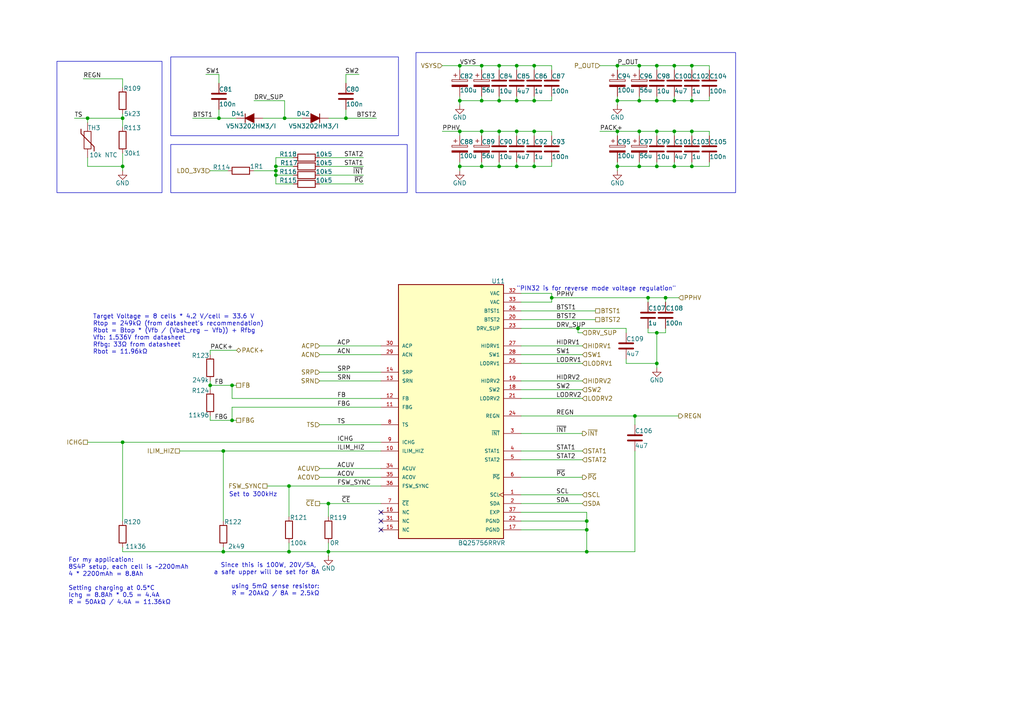
<source format=kicad_sch>
(kicad_sch (version 20250114) (generator "eeschema") (generator_version "9.0")
  (paper "A4")
  (lib_symbols
    (symbol "BQ25756RRVR:BQ25756RRVR" (pin_names (offset 1.016))
      (property "Reference" "U" (at 14.224 38.862 0))
      (property "Value" "BQ25756RRVR" (at -15.24 -38.1 0))
      (symbol "BQ25756RRVR_0_0"
        (rectangle (start -15.24 38.1) (end 15.24 -35.56) (stroke (width 0.254)) (fill (type background)))
        (pin input line (at -20.32 20.32 0) (length 5.08) (name "ACP") (number "30"))
        (pin input line (at -20.32 17.78 0) (length 5.08) (name "ACN") (number "29"))
        (pin input line (at -20.32 12.7 0) (length 5.08) (name "SRP") (number "14"))
        (pin input line (at -20.32 10.16 0) (length 5.08) (name "SRN") (number "13"))
        (pin input line (at -20.32 5.08 0) (length 5.08) (name "FB") (number "12"))
        (pin input line (at -20.32 2.54 0) (length 5.08) (name "FBG") (number "11"))
        (pin input line (at -20.32 -2.54 0) (length 5.08) (name "TS") (number "8"))
        (pin input line (at -20.32 -7.62 0) (length 5.08) (name "ICHG") (number "9"))
        (pin input line (at -20.32 -10.16 0) (length 5.08) (name "ILIM_HIZ") (number "10"))
        (pin input line (at -20.32 -15.24 0) (length 5.08) (name "ACUV") (number "34"))
        (pin input line (at -20.32 -17.78 0) (length 5.08) (name "ACOV") (number "35"))
        (pin input line (at -20.32 -20.32 0) (length 5.08) (name "FSW_SYNC") (number "36"))
        (pin bidirectional line (at -20.32 -25.4 0) (length 5.08) (name "~{CE}") (number "7"))
        (pin no_connect line (at -20.32 -27.94 0) (length 5.08) (name "NC") (number "16"))
        (pin no_connect line (at -20.32 -30.48 0) (length 5.08) (name "NC") (number "31"))
        (pin no_connect line (at -20.32 -33.02 0) (length 5.08) (name "NC") (number "15"))
        (pin power_in line (at 20.32 35.56 180) (length 5.08) (name "VAC") (number "32"))
        (pin power_in line (at 20.32 33.02 180) (length 5.08) (name "VAC") (number "33"))
        (pin power_in line (at 20.32 30.48 180) (length 5.08) (name "BTST1") (number "26"))
        (pin power_in line (at 20.32 27.94 180) (length 5.08) (name "BTST2") (number "20"))
        (pin power_in line (at 20.32 25.4 180) (length 5.08) (name "DRV_SUP") (number "23"))
        (pin output line (at 20.32 20.32 180) (length 5.08) (name "HIDRV1") (number "27"))
        (pin output line (at 20.32 17.78 180) (length 5.08) (name "SW1") (number "28"))
        (pin output line (at 20.32 15.24 180) (length 5.08) (name "LODRV1") (number "25"))
        (pin output line (at 20.32 10.16 180) (length 5.08) (name "HIDRV2") (number "19"))
        (pin output line (at 20.32 7.62 180) (length 5.08) (name "SW2") (number "18"))
        (pin output line (at 20.32 5.08 180) (length 5.08) (name "LODRV2") (number "21"))
        (pin output line (at 20.32 0 180) (length 5.08) (name "REGN") (number "24"))
        (pin output line (at 20.32 -5.08 180) (length 5.08) (name "~{INT}") (number "3"))
        (pin output line (at 20.32 -10.16 180) (length 5.08) (name "STAT1") (number "4"))
        (pin output line (at 20.32 -12.7 180) (length 5.08) (name "STAT2") (number "5"))
        (pin output line (at 20.32 -17.78 180) (length 5.08) (name "~{PG}") (number "6"))
        (pin input clock (at 20.32 -22.86 180) (length 5.08) (name "SCL") (number "1"))
        (pin bidirectional line (at 20.32 -25.4 180) (length 5.08) (name "SDA") (number "2"))
        (pin power_in line (at 20.32 -27.94 180) (length 5.08) (name "EXP") (number "37"))
        (pin power_in line (at 20.32 -30.48 180) (length 5.08) (name "PGND") (number "22"))
        (pin power_in line (at 20.32 -33.02 180) (length 5.08) (name "PGND") (number "17"))
      )
    )
    (symbol "Device:C" (pin_numbers (hide yes)) (pin_names (offset 0.254))
      (property "Reference" "C" (at 0.635 2.54 0))
      (property "Value" "C" (at 0.635 -2.54 0))
      (symbol "C_0_1"
        (polyline (pts (xy -2.032 0.762) (xy 2.032 0.762)) (stroke (width 0.508)))
        (polyline (pts (xy -2.032 -0.762) (xy 2.032 -0.762)) (stroke (width 0.508)))
      )
      (symbol "C_1_1"
        (pin passive line (at 0 3.81 270) (length 2.794) (name "~") (number "1"))
        (pin passive line (at 0 -3.81 90) (length 2.794) (name "~") (number "2"))
      )
    )
    (symbol "Device:C_Polarized" (pin_numbers (hide yes)) (pin_names (offset 0.254))
      (property "Reference" "C" (at 0.635 2.54 0))
      (property "Value" "C_Polarized" (at 0.635 -2.54 0))
      (symbol "C_Polarized_0_1"
        (rectangle (start -2.286 0.508) (end 2.286 1.016))
        (polyline (pts (xy -1.778 2.286) (xy -0.762 2.286)))
        (polyline (pts (xy -1.27 2.794) (xy -1.27 1.778)))
        (rectangle (start 2.286 -0.508) (end -2.286 -1.016) (fill (type outline)))
      )
      (symbol "C_Polarized_1_1"
        (pin passive line (at 0 3.81 270) (length 2.794) (name "~") (number "1"))
        (pin passive line (at 0 -3.81 90) (length 2.794) (name "~") (number "2"))
      )
    )
    (symbol "Device:D_Filled" (pin_numbers (hide yes)) (pin_names (offset 1.016) (hide yes))
      (property "Reference" "D" (at 0 2.54 0))
      (property "Value" "D_Filled" (at 0 -2.54 0))
      (symbol "D_Filled_0_1"
        (polyline (pts (xy -1.27 1.27) (xy -1.27 -1.27)) (stroke (width 0.254)))
        (polyline (pts (xy 1.27 1.27) (xy 1.27 -1.27) (xy -1.27 0) (xy 1.27 1.27)) (stroke (width 0.254)) (fill (type outline)))
        (polyline (pts (xy 1.27 0) (xy -1.27 0)))
      )
      (symbol "D_Filled_1_1"
        (pin passive line (at -3.81 0 0) (length 2.54) (name "K") (number "1"))
        (pin passive line (at 3.81 0 180) (length 2.54) (name "A") (number "2"))
      )
    )
    (symbol "Device:R" (pin_numbers (hide yes)) (pin_names (offset 0))
      (property "Reference" "R" (at 2.032 0 90))
      (property "Value" "R" (at 0 0 90))
      (symbol "R_0_1"
        (rectangle (start -1.016 -2.54) (end 1.016 2.54) (stroke (width 0.254)))
      )
      (symbol "R_1_1"
        (pin passive line (at 0 3.81 270) (length 1.27) (name "~") (number "1"))
        (pin passive line (at 0 -3.81 90) (length 1.27) (name "~") (number "2"))
      )
    )
    (symbol "Device:Thermistor" (pin_numbers (hide yes)) (pin_names (offset 0))
      (property "Reference" "TH" (at 2.54 1.27 90))
      (property "Value" "Thermistor" (at -2.54 0 90))
      (symbol "Thermistor_0_1"
        (polyline (pts (xy -1.905 3.175) (xy -1.905 1.905) (xy 1.905 -1.905) (xy 1.905 -3.175) (xy 1.905 -3.175)) (stroke (width 0.254)))
        (rectangle (start -1.016 2.54) (end 1.016 -2.54) (stroke (width 0.2032)))
      )
      (symbol "Thermistor_1_1"
        (pin passive line (at 0 5.08 270) (length 2.54) (name "~") (number "1"))
        (pin passive line (at 0 -5.08 90) (length 2.54) (name "~") (number "2"))
      )
    )
    (symbol "power:GND" (power) (pin_numbers (hide yes)) (pin_names (offset 0) (hide yes))
      (property "Value" "GND" (at 0 -3.81 0))
      (symbol "GND_0_1"
        (polyline (pts (xy 0 0) (xy 0 -1.27) (xy 1.27 -1.27) (xy 0 -2.54) (xy -1.27 -1.27) (xy 0 -1.27)))
      )
      (symbol "GND_1_1"
        (pin power_in line (at 0 0 270) (length 0) (name "~") (number "1"))
      )
    )
  )
  (rectangle (start 49.53 41.91) (end 118.11 55.88))
  (rectangle (start 120.65 15.24) (end 213.36 55.88))
  (rectangle (start 16.51 17.78) (end 46.99 55.88))
  (rectangle (start 49.53 16.51) (end 115.57 39.37))
  (text "For my application:\n8S4P setup, each cell is ~2200mAh\n4 * 2200mAh = 8.8Ah\n\nSetting charging at 0.5*C\nIchg = 8.8Ah * 0.5 = 4.4A\nR = 50AkΩ / 4.4A = 11.36kΩ" (at 19.812 168.656 0) (effects (font (size 1.27 1.27)) (justify left)))
  (text "Since this is 100W, 20V/5A, \na safe upper will be set for 8A\n\nusing 5mΩ sense resistor:\nR = 20AkΩ / 8A = 2.5kΩ" (at 92.71 168.148 0) (effects (font (size 1.27 1.27)) (justify right)))
  (text "Target Voltage = 8 cells * 4.2 V/cell = 33.6 V\nRtop = 249kΩ (from datasheet's recommendation)\nRbot = Btop * (Vfb / (Vbat_reg - Vfb)) + Rfbg\nVfb: 1.536V from datasheet\nRfbg: 33Ω from datasheet\nRbot = 11.96kΩ" (at 26.924 97.028 0) (effects (font (size 1.27 1.27)) (justify left)))
  (text "Set to 300kHz" (at 73.406 143.51 0) (effects (font (size 1.27 1.27))))
  (text "\"PIN32 is for reverse mode voltage regulation\"" (at 172.974 83.82 0) (effects (font (size 1.27 1.27))))
  (junction (at 160.02 86.36))
  (junction (at 25.4 34.29))
  (junction (at 190.5 29.21))
  (junction (at 149.86 29.21))
  (junction (at 195.58 19.05))
  (junction (at 200.66 48.26))
  (junction (at 179.07 48.26))
  (junction (at 170.18 151.13))
  (junction (at 149.86 19.05))
  (junction (at 179.07 19.05))
  (junction (at 63.5 34.29))
  (junction (at 35.56 48.26))
  (junction (at 144.78 19.05))
  (junction (at 100.33 34.29))
  (junction (at 133.35 29.21))
  (junction (at 200.66 19.05))
  (junction (at 67.31 111.76))
  (junction (at 195.58 38.1))
  (junction (at 185.42 19.05))
  (junction (at 67.31 121.92))
  (junction (at 185.42 29.21))
  (junction (at 83.82 160.02))
  (junction (at 80.01 49.53))
  (junction (at 95.25 146.05))
  (junction (at 64.77 160.02))
  (junction (at 190.5 96.52))
  (junction (at 133.35 19.05))
  (junction (at 187.96 86.36))
  (junction (at 195.58 48.26))
  (junction (at 144.78 29.21))
  (junction (at 179.07 29.21))
  (junction (at 185.42 48.26))
  (junction (at 190.5 105.41))
  (junction (at 193.04 86.36))
  (junction (at 144.78 38.1))
  (junction (at 139.7 29.21))
  (junction (at 195.58 29.21))
  (junction (at 154.94 48.26))
  (junction (at 190.5 38.1))
  (junction (at 170.18 153.67))
  (junction (at 139.7 38.1))
  (junction (at 154.94 38.1))
  (junction (at 154.94 29.21))
  (junction (at 200.66 38.1))
  (junction (at 167.64 95.25))
  (junction (at 83.82 140.97))
  (junction (at 185.42 38.1))
  (junction (at 133.35 48.26))
  (junction (at 190.5 19.05))
  (junction (at 149.86 38.1))
  (junction (at 190.5 48.26))
  (junction (at 133.35 38.1))
  (junction (at 35.56 128.27))
  (junction (at 139.7 19.05))
  (junction (at 80.01 48.26))
  (junction (at 170.18 160.02))
  (junction (at 179.07 38.1))
  (junction (at 144.78 48.26))
  (junction (at 80.01 50.8))
  (junction (at 154.94 19.05))
  (junction (at 149.86 48.26))
  (junction (at 200.66 29.21))
  (junction (at 60.96 111.76))
  (junction (at 95.25 160.02))
  (junction (at 64.77 130.81))
  (junction (at 139.7 48.26))
  (junction (at 82.55 34.29))
  (junction (at 35.56 34.29))
  (junction (at 184.15 120.65))
  (no_connect (at 110.49 153.67))
  (no_connect (at 110.49 151.13))
  (no_connect (at 110.49 148.59))
  (wire (pts (xy 185.42 19.05) (xy 185.42 20.32)))
  (wire (pts (xy 85.09 48.26) (xy 80.01 48.26)))
  (wire (pts (xy 187.96 95.25) (xy 187.96 96.52)))
  (wire (pts (xy 179.07 48.26) (xy 185.42 48.26)))
  (wire (pts (xy 35.56 22.86) (xy 35.56 25.4)))
  (wire (pts (xy 35.56 128.27) (xy 35.56 151.13)))
  (wire (pts (xy 80.01 45.72) (xy 80.01 48.26)))
  (wire (pts (xy 80.01 49.53) (xy 80.01 50.8)))
  (wire (pts (xy 184.15 130.81) (xy 184.15 160.02)))
  (wire (pts (xy 128.27 19.05) (xy 133.35 19.05)))
  (wire (pts (xy 83.82 160.02) (xy 95.25 160.02)))
  (wire (pts (xy 195.58 48.26) (xy 200.66 48.26)))
  (wire (pts (xy 154.94 48.26) (xy 160.02 48.26)))
  (wire (pts (xy 193.04 95.25) (xy 193.04 96.52)))
  (wire (pts (xy 60.96 121.92) (xy 60.96 120.65)))
  (wire (pts (xy 185.42 38.1) (xy 190.5 38.1)))
  (wire (pts (xy 179.07 46.99) (xy 179.07 48.26)))
  (wire (pts (xy 35.56 44.45) (xy 35.56 48.26)))
  (wire (pts (xy 35.56 160.02) (xy 35.56 158.75)))
  (wire (pts (xy 154.94 38.1) (xy 154.94 39.37)))
  (wire (pts (xy 160.02 46.99) (xy 160.02 48.26)))
  (wire (pts (xy 151.13 95.25) (xy 167.64 95.25)))
  (wire (pts (xy 83.82 140.97) (xy 110.49 140.97)))
  (wire (pts (xy 184.15 160.02) (xy 170.18 160.02)))
  (wire (pts (xy 151.13 148.59) (xy 170.18 148.59)))
  (wire (pts (xy 80.01 50.8) (xy 80.01 53.34)))
  (wire (pts (xy 64.77 130.81) (xy 64.77 151.13)))
  (wire (pts (xy 149.86 29.21) (xy 154.94 29.21)))
  (wire (pts (xy 77.47 140.97) (xy 83.82 140.97)))
  (wire (pts (xy 35.56 128.27) (xy 110.49 128.27)))
  (wire (pts (xy 181.61 104.14) (xy 181.61 105.41)))
  (wire (pts (xy 76.2 34.29) (xy 82.55 34.29)))
  (wire (pts (xy 160.02 19.05) (xy 160.02 20.32)))
  (wire (pts (xy 67.31 115.57) (xy 67.31 111.76)))
  (wire (pts (xy 170.18 160.02) (xy 170.18 153.67)))
  (wire (pts (xy 190.5 38.1) (xy 190.5 39.37)))
  (wire (pts (xy 85.09 50.8) (xy 80.01 50.8)))
  (wire (pts (xy 185.42 46.99) (xy 185.42 48.26)))
  (wire (pts (xy 67.31 118.11) (xy 110.49 118.11)))
  (wire (pts (xy 63.5 21.59) (xy 63.5 24.13)))
  (wire (pts (xy 149.86 46.99) (xy 149.86 48.26)))
  (wire (pts (xy 151.13 102.87) (xy 168.91 102.87)))
  (wire (pts (xy 35.56 34.29) (xy 35.56 36.83)))
  (wire (pts (xy 139.7 27.94) (xy 139.7 29.21)))
  (wire (pts (xy 92.71 100.33) (xy 110.49 100.33)))
  (wire (pts (xy 92.71 48.26) (xy 105.41 48.26)))
  (wire (pts (xy 179.07 19.05) (xy 185.42 19.05)))
  (wire (pts (xy 173.99 19.05) (xy 179.07 19.05)))
  (wire (pts (xy 144.78 27.94) (xy 144.78 29.21)))
  (wire (pts (xy 200.66 38.1) (xy 200.66 39.37)))
  (wire (pts (xy 59.69 21.59) (xy 63.5 21.59)))
  (wire (pts (xy 64.77 160.02) (xy 83.82 160.02)))
  (wire (pts (xy 92.71 123.19) (xy 110.49 123.19)))
  (wire (pts (xy 184.15 123.19) (xy 184.15 120.65)))
  (wire (pts (xy 139.7 48.26) (xy 144.78 48.26)))
  (wire (pts (xy 151.13 105.41) (xy 168.91 105.41)))
  (wire (pts (xy 95.25 146.05) (xy 92.71 146.05)))
  (wire (pts (xy 85.09 45.72) (xy 80.01 45.72)))
  (wire (pts (xy 195.58 46.99) (xy 195.58 48.26)))
  (wire (pts (xy 185.42 29.21) (xy 190.5 29.21)))
  (wire (pts (xy 35.56 48.26) (xy 35.56 49.53)))
  (wire (pts (xy 195.58 38.1) (xy 200.66 38.1)))
  (wire (pts (xy 190.5 105.41) (xy 190.5 106.68)))
  (wire (pts (xy 200.66 27.94) (xy 200.66 29.21)))
  (wire (pts (xy 195.58 38.1) (xy 195.58 39.37)))
  (wire (pts (xy 139.7 38.1) (xy 144.78 38.1)))
  (wire (pts (xy 151.13 120.65) (xy 184.15 120.65)))
  (wire (pts (xy 190.5 19.05) (xy 195.58 19.05)))
  (wire (pts (xy 151.13 146.05) (xy 168.91 146.05)))
  (wire (pts (xy 68.58 121.92) (xy 67.31 121.92)))
  (wire (pts (xy 68.58 101.6) (xy 60.96 101.6)))
  (wire (pts (xy 200.66 29.21) (xy 205.74 29.21)))
  (wire (pts (xy 60.96 101.6) (xy 60.96 102.87)))
  (wire (pts (xy 73.66 49.53) (xy 80.01 49.53)))
  (wire (pts (xy 95.25 146.05) (xy 110.49 146.05)))
  (wire (pts (xy 149.86 38.1) (xy 154.94 38.1)))
  (wire (pts (xy 190.5 29.21) (xy 195.58 29.21)))
  (wire (pts (xy 133.35 48.26) (xy 139.7 48.26)))
  (wire (pts (xy 160.02 86.36) (xy 160.02 85.09)))
  (wire (pts (xy 67.31 111.76) (xy 60.96 111.76)))
  (wire (pts (xy 179.07 38.1) (xy 179.07 39.37)))
  (wire (pts (xy 100.33 21.59) (xy 104.14 21.59)))
  (wire (pts (xy 133.35 19.05) (xy 139.7 19.05)))
  (wire (pts (xy 133.35 29.21) (xy 133.35 30.48)))
  (wire (pts (xy 160.02 86.36) (xy 160.02 87.63)))
  (wire (pts (xy 193.04 86.36) (xy 193.04 87.63)))
  (wire (pts (xy 55.88 34.29) (xy 63.5 34.29)))
  (wire (pts (xy 133.35 38.1) (xy 133.35 39.37)))
  (wire (pts (xy 187.96 96.52) (xy 190.5 96.52)))
  (wire (pts (xy 190.5 96.52) (xy 193.04 96.52)))
  (wire (pts (xy 190.5 46.99) (xy 190.5 48.26)))
  (wire (pts (xy 151.13 113.03) (xy 168.91 113.03)))
  (wire (pts (xy 193.04 86.36) (xy 196.85 86.36)))
  (wire (pts (xy 95.25 149.86) (xy 95.25 146.05)))
  (wire (pts (xy 35.56 33.02) (xy 35.56 34.29)))
  (wire (pts (xy 133.35 48.26) (xy 133.35 49.53)))
  (wire (pts (xy 128.27 38.1) (xy 133.35 38.1)))
  (wire (pts (xy 144.78 19.05) (xy 149.86 19.05)))
  (wire (pts (xy 200.66 19.05) (xy 205.74 19.05)))
  (wire (pts (xy 185.42 38.1) (xy 185.42 39.37)))
  (wire (pts (xy 154.94 46.99) (xy 154.94 48.26)))
  (wire (pts (xy 151.13 125.73) (xy 168.91 125.73)))
  (wire (pts (xy 25.4 45.72) (xy 25.4 48.26)))
  (wire (pts (xy 92.71 50.8) (xy 105.41 50.8)))
  (wire (pts (xy 179.07 29.21) (xy 185.42 29.21)))
  (wire (pts (xy 92.71 135.89) (xy 110.49 135.89)))
  (wire (pts (xy 190.5 19.05) (xy 190.5 20.32)))
  (wire (pts (xy 67.31 118.11) (xy 67.31 121.92)))
  (wire (pts (xy 73.66 29.21) (xy 82.55 29.21)))
  (wire (pts (xy 60.96 111.76) (xy 60.96 113.03)))
  (wire (pts (xy 92.71 45.72) (xy 105.41 45.72)))
  (wire (pts (xy 154.94 38.1) (xy 160.02 38.1)))
  (wire (pts (xy 205.74 38.1) (xy 205.74 39.37)))
  (wire (pts (xy 151.13 130.81) (xy 168.91 130.81)))
  (wire (pts (xy 151.13 90.17) (xy 172.72 90.17)))
  (wire (pts (xy 170.18 153.67) (xy 170.18 151.13)))
  (wire (pts (xy 187.96 86.36) (xy 187.96 87.63)))
  (wire (pts (xy 25.4 128.27) (xy 35.56 128.27)))
  (wire (pts (xy 151.13 110.49) (xy 168.91 110.49)))
  (wire (pts (xy 160.02 38.1) (xy 160.02 39.37)))
  (wire (pts (xy 160.02 27.94) (xy 160.02 29.21)))
  (wire (pts (xy 60.96 49.53) (xy 66.04 49.53)))
  (wire (pts (xy 144.78 29.21) (xy 149.86 29.21)))
  (wire (pts (xy 63.5 34.29) (xy 68.58 34.29)))
  (wire (pts (xy 151.13 115.57) (xy 168.91 115.57)))
  (wire (pts (xy 64.77 130.81) (xy 110.49 130.81)))
  (wire (pts (xy 154.94 19.05) (xy 160.02 19.05)))
  (wire (pts (xy 82.55 29.21) (xy 82.55 34.29)))
  (wire (pts (xy 179.07 27.94) (xy 179.07 29.21)))
  (wire (pts (xy 149.86 19.05) (xy 149.86 20.32)))
  (wire (pts (xy 64.77 160.02) (xy 64.77 158.75)))
  (wire (pts (xy 185.42 27.94) (xy 185.42 29.21)))
  (wire (pts (xy 200.66 38.1) (xy 205.74 38.1)))
  (wire (pts (xy 83.82 140.97) (xy 83.82 149.86)))
  (wire (pts (xy 24.13 22.86) (xy 35.56 22.86)))
  (wire (pts (xy 95.25 160.02) (xy 95.25 161.29)))
  (wire (pts (xy 25.4 34.29) (xy 35.56 34.29)))
  (wire (pts (xy 68.58 111.76) (xy 67.31 111.76)))
  (wire (pts (xy 139.7 19.05) (xy 139.7 20.32)))
  (wire (pts (xy 200.66 19.05) (xy 200.66 20.32)))
  (wire (pts (xy 144.78 38.1) (xy 149.86 38.1)))
  (wire (pts (xy 139.7 19.05) (xy 144.78 19.05)))
  (wire (pts (xy 67.31 115.57) (xy 110.49 115.57)))
  (wire (pts (xy 185.42 19.05) (xy 190.5 19.05)))
  (wire (pts (xy 187.96 86.36) (xy 193.04 86.36)))
  (wire (pts (xy 179.07 38.1) (xy 185.42 38.1)))
  (wire (pts (xy 151.13 100.33) (xy 168.91 100.33)))
  (wire (pts (xy 35.56 160.02) (xy 64.77 160.02)))
  (wire (pts (xy 205.74 19.05) (xy 205.74 20.32)))
  (wire (pts (xy 168.91 96.52) (xy 167.64 96.52)))
  (wire (pts (xy 184.15 120.65) (xy 196.85 120.65)))
  (wire (pts (xy 151.13 133.35) (xy 168.91 133.35)))
  (wire (pts (xy 185.42 48.26) (xy 190.5 48.26)))
  (wire (pts (xy 173.99 38.1) (xy 179.07 38.1)))
  (wire (pts (xy 92.71 138.43) (xy 110.49 138.43)))
  (wire (pts (xy 139.7 46.99) (xy 139.7 48.26)))
  (wire (pts (xy 151.13 92.71) (xy 172.72 92.71)))
  (wire (pts (xy 179.07 48.26) (xy 179.07 49.53)))
  (wire (pts (xy 154.94 19.05) (xy 154.94 20.32)))
  (wire (pts (xy 133.35 29.21) (xy 139.7 29.21)))
  (wire (pts (xy 144.78 48.26) (xy 149.86 48.26)))
  (wire (pts (xy 82.55 34.29) (xy 87.63 34.29)))
  (wire (pts (xy 160.02 86.36) (xy 187.96 86.36)))
  (wire (pts (xy 52.07 130.81) (xy 64.77 130.81)))
  (wire (pts (xy 181.61 105.41) (xy 190.5 105.41)))
  (wire (pts (xy 190.5 48.26) (xy 195.58 48.26)))
  (wire (pts (xy 67.31 121.92) (xy 60.96 121.92)))
  (wire (pts (xy 149.86 48.26) (xy 154.94 48.26)))
  (wire (pts (xy 167.64 95.25) (xy 181.61 95.25)))
  (wire (pts (xy 95.25 157.48) (xy 95.25 160.02)))
  (wire (pts (xy 144.78 46.99) (xy 144.78 48.26)))
  (wire (pts (xy 133.35 46.99) (xy 133.35 48.26)))
  (wire (pts (xy 139.7 29.21) (xy 144.78 29.21)))
  (wire (pts (xy 95.25 160.02) (xy 170.18 160.02)))
  (wire (pts (xy 100.33 34.29) (xy 109.22 34.29)))
  (wire (pts (xy 195.58 27.94) (xy 195.58 29.21)))
  (wire (pts (xy 149.86 27.94) (xy 149.86 29.21)))
  (wire (pts (xy 195.58 19.05) (xy 200.66 19.05)))
  (wire (pts (xy 83.82 157.48) (xy 83.82 160.02)))
  (wire (pts (xy 92.71 102.87) (xy 110.49 102.87)))
  (wire (pts (xy 95.25 34.29) (xy 100.33 34.29)))
  (wire (pts (xy 167.64 96.52) (xy 167.64 95.25)))
  (wire (pts (xy 205.74 27.94) (xy 205.74 29.21)))
  (wire (pts (xy 160.02 85.09) (xy 151.13 85.09)))
  (wire (pts (xy 92.71 110.49) (xy 110.49 110.49)))
  (wire (pts (xy 160.02 87.63) (xy 151.13 87.63)))
  (wire (pts (xy 133.35 19.05) (xy 133.35 20.32)))
  (wire (pts (xy 139.7 38.1) (xy 139.7 39.37)))
  (wire (pts (xy 154.94 27.94) (xy 154.94 29.21)))
  (wire (pts (xy 92.71 107.95) (xy 110.49 107.95)))
  (wire (pts (xy 170.18 148.59) (xy 170.18 151.13)))
  (wire (pts (xy 144.78 19.05) (xy 144.78 20.32)))
  (wire (pts (xy 92.71 53.34) (xy 105.41 53.34)))
  (wire (pts (xy 195.58 29.21) (xy 200.66 29.21)))
  (wire (pts (xy 151.13 138.43) (xy 168.91 138.43)))
  (wire (pts (xy 195.58 19.05) (xy 195.58 20.32)))
  (wire (pts (xy 25.4 34.29) (xy 25.4 35.56)))
  (wire (pts (xy 60.96 110.49) (xy 60.96 111.76)))
  (wire (pts (xy 151.13 143.51) (xy 168.91 143.51)))
  (wire (pts (xy 190.5 27.94) (xy 190.5 29.21)))
  (wire (pts (xy 80.01 53.34) (xy 85.09 53.34)))
  (wire (pts (xy 25.4 48.26) (xy 35.56 48.26)))
  (wire (pts (xy 149.86 38.1) (xy 149.86 39.37)))
  (wire (pts (xy 205.74 46.99) (xy 205.74 48.26)))
  (wire (pts (xy 133.35 38.1) (xy 139.7 38.1)))
  (wire (pts (xy 149.86 19.05) (xy 154.94 19.05)))
  (wire (pts (xy 100.33 34.29) (xy 100.33 31.75)))
  (wire (pts (xy 200.66 48.26) (xy 205.74 48.26)))
  (wire (pts (xy 154.94 29.21) (xy 160.02 29.21)))
  (wire (pts (xy 151.13 153.67) (xy 170.18 153.67)))
  (wire (pts (xy 100.33 21.59) (xy 100.33 24.13)))
  (wire (pts (xy 179.07 19.05) (xy 179.07 20.32)))
  (wire (pts (xy 80.01 48.26) (xy 80.01 49.53)))
  (wire (pts (xy 200.66 46.99) (xy 200.66 48.26)))
  (wire (pts (xy 151.13 151.13) (xy 170.18 151.13)))
  (wire (pts (xy 21.59 34.29) (xy 25.4 34.29)))
  (wire (pts (xy 181.61 95.25) (xy 181.61 96.52)))
  (wire (pts (xy 179.07 29.21) (xy 179.07 30.48)))
  (wire (pts (xy 190.5 38.1) (xy 195.58 38.1)))
  (wire (pts (xy 190.5 96.52) (xy 190.5 105.41)))
  (wire (pts (xy 144.78 38.1) (xy 144.78 39.37)))
  (wire (pts (xy 133.35 27.94) (xy 133.35 29.21)))
  (wire (pts (xy 63.5 31.75) (xy 63.5 34.29)))
  (label "ILIM_HIZ" (at 97.79 130.81 0))
  (label "TS" (at 21.59 34.29 0))
  (label "LODRV2" (at 161.29 115.57 0))
  (label "SW1" (at 59.69 21.59 0))
  (label "ICHG" (at 97.79 128.27 0))
  (label "~{PG}" (at 161.29 138.43 0))
  (label "BTST2" (at 161.29 92.71 0))
  (label "P_OUT" (at 179.07 19.05 0))
  (label "ACP" (at 97.79 100.33 0))
  (label "~{INT}" (at 161.29 125.73 0))
  (label "SW2" (at 104.14 21.59 180))
  (label "VSYS" (at 133.35 19.05 0))
  (label "PACK+" (at 60.96 101.6 0))
  (label "STAT2" (at 105.41 45.72 180))
  (label "FSW_SYNC" (at 97.79 140.97 0))
  (label "BTST2" (at 109.22 34.29 180))
  (label "SDA" (at 161.29 146.05 0))
  (label "DRV_SUP" (at 73.66 29.21 0))
  (label "~{INT}" (at 105.41 50.8 180))
  (label "BTST1" (at 55.88 34.29 0))
  (label "TS" (at 97.79 123.19 0))
  (label "STAT1" (at 161.29 130.81 0))
  (label "SCL" (at 161.29 143.51 0))
  (label "BTST1" (at 161.29 90.17 0))
  (label "DRV_SUP" (at 161.29 95.25 0))
  (label "FBG" (at 97.79 118.11 0))
  (label "REGN" (at 161.29 120.65 0))
  (label "FB" (at 62.23 111.76 0))
  (label "HIDRV1" (at 161.29 100.33 0))
  (label "SW1" (at 161.29 102.87 0))
  (label "SRN" (at 97.79 110.49 0))
  (label "SRP" (at 97.79 107.95 0))
  (label "FBG" (at 62.23 121.92 0))
  (label "SW2" (at 161.29 113.03 0))
  (label "PACK+" (at 173.99 38.1 0))
  (label "~{CE}" (at 99.06 146.05 0))
  (label "HIDRV2" (at 161.29 110.49 0))
  (label "ACUV" (at 97.79 135.89 0))
  (label "STAT1" (at 105.41 48.26 180))
  (label "STAT2" (at 161.29 133.35 0))
  (label "ACOV" (at 97.79 138.43 0))
  (label "PPHV" (at 128.27 38.1 0))
  (label "PPHV" (at 161.29 86.36 0))
  (label "FB" (at 97.79 115.57 0))
  (label "LODRV1" (at 161.29 105.41 0))
  (label "ACN" (at 97.79 102.87 0))
  (label "REGN" (at 24.13 22.86 0))
  (label "~{PG}" (at 105.41 53.34 180))
  (hierarchical_label "LODRV2" (shape input) (at 168.91 115.57 0))
  (hierarchical_label "REGN" (shape output) (at 196.85 120.65 0))
  (hierarchical_label "SDA" (shape input) (at 168.91 146.05 0))
  (hierarchical_label "STAT2" (shape input) (at 168.91 133.35 0))
  (hierarchical_label "P_OUT" (shape input) (at 173.99 19.05 180))
  (hierarchical_label "BTST1" (shape passive) (at 172.72 90.17 0))
  (hierarchical_label "PACK+" (shape bidirectional) (at 68.58 101.6 0))
  (hierarchical_label "ACN" (shape input) (at 92.71 102.87 180))
  (hierarchical_label "~{INT}" (shape output) (at 168.91 125.73 0))
  (hierarchical_label "STAT1" (shape input) (at 168.91 130.81 0))
  (hierarchical_label "~{CE}" (shape passive) (at 92.71 146.05 180))
  (hierarchical_label "SW1" (shape input) (at 168.91 102.87 0))
  (hierarchical_label "ACUV" (shape input) (at 92.71 135.89 180))
  (hierarchical_label "ILIM_HIZ" (shape passive) (at 52.07 130.81 180))
  (hierarchical_label "SRP" (shape input) (at 92.71 107.95 180))
  (hierarchical_label "VSYS" (shape input) (at 128.27 19.05 180))
  (hierarchical_label "ICHG" (shape passive) (at 25.4 128.27 180))
  (hierarchical_label "HIDRV2" (shape input) (at 168.91 110.49 0))
  (hierarchical_label "LODRV1" (shape input) (at 168.91 105.41 0))
  (hierarchical_label "LDO_3V3" (shape input) (at 60.96 49.53 180))
  (hierarchical_label "FSW_SYNC" (shape passive) (at 77.47 140.97 180))
  (hierarchical_label "FBG" (shape passive) (at 68.58 121.92 0))
  (hierarchical_label "HIDRV1" (shape input) (at 168.91 100.33 0))
  (hierarchical_label "ACOV" (shape input) (at 92.71 138.43 180))
  (hierarchical_label "PPHV" (shape input) (at 196.85 86.36 0))
  (hierarchical_label "SW2" (shape input) (at 168.91 113.03 0))
  (hierarchical_label "~{PG}" (shape output) (at 168.91 138.43 0))
  (hierarchical_label "DRV_SUP" (shape input) (at 168.91 96.52 0))
  (hierarchical_label "BTST2" (shape passive) (at 172.72 92.71 0))
  (hierarchical_label "SRN" (shape input) (at 92.71 110.49 180))
  (hierarchical_label "FB" (shape passive) (at 68.58 111.76 0))
  (hierarchical_label "ACP" (shape input) (at 92.71 100.33 180))
  (hierarchical_label "SCL" (shape input) (at 168.91 143.51 0))
  (hierarchical_label "TS" (shape input) (at 92.71 123.19 180))
  (symbol (lib_id "Device:C") (at 160.02 24.13 0) (unit 1)
    (property "Reference" "C87" (at 160.02 22.098 0) (effects (justify left)))
    (property "Value" "100n" (at 160.02 26.416 0) (effects (justify left)))
    (property "Description" "Unpolarized capacitor" (effects (hide yes)))
  )
  (symbol (lib_id "Device:R") (at 88.9 53.34 90) (mirror x) (unit 1)
    (property "Reference" "R115" (at 83.566 52.324 90))
    (property "Value" "10k5" (at 93.98 52.324 90))
    (property "Description" "Resistor" (effects (hide yes)))
  )
  (symbol (lib_id "Device:C_Polarized") (at 179.07 43.18 0) (unit 1)
    (property "Reference" "C95" (at 179.07 41.148 0) (effects (justify left)))
    (property "Value" "100u" (at 179.07 45.212 0) (effects (justify left)))
    (property "Description" "Polarized capacitor" (effects (hide yes)))
  )
  (symbol (lib_id "Device:C") (at 154.94 24.13 0) (unit 1)
    (property "Reference" "C86" (at 154.94 22.098 0) (effects (justify left)))
    (property "Value" "1u" (at 154.94 26.416 0) (effects (justify left)))
    (property "Description" "Unpolarized capacitor" (effects (hide yes)))
  )
  (symbol (lib_id "power:GND") (at 95.25 161.29 0) (unit 1)
    (property "Reference" "#PWR055" (effects (hide yes)))
    (property "Value" "GND" (at 97.282 164.846 0) (effects (justify right)))
    (property "Description" "Power symbol creates a global label with name \"GND\" , ground" (effects (hide yes)))
  )
  (symbol (lib_id "power:GND") (at 190.5 106.68 0) (unit 1)
    (property "Reference" "#PWR056" (effects (hide yes)))
    (property "Value" "GND" (at 192.532 110.236 0) (effects (justify right)))
    (property "Description" "Power symbol creates a global label with name \"GND\" , ground" (effects (hide yes)))
  )
  (symbol (lib_id "Device:C") (at 195.58 24.13 0) (unit 1)
    (property "Reference" "C100" (at 195.58 22.098 0) (effects (justify left)))
    (property "Value" "4u7" (at 195.58 26.416 0) (effects (justify left)))
    (property "Description" "Unpolarized capacitor" (effects (hide yes)))
  )
  (symbol (lib_id "Device:D_Filled") (at 91.44 34.29 0) (mirror y) (unit 1)
    (property "Reference" "D42" (at 89.916 33.02 0) (effects (justify left)))
    (property "Value" "V5N3202HM3/I" (at 98.298 36.576 0) (effects (justify left)))
    (property "Description" "Diode, filled shape" (effects (hide yes)))
    (property "Sim.Device" "D" (effects (hide yes)))
    (property "Sim.Pins" "1=K 2=A" (effects (hide yes)))
  )
  (symbol (lib_id "Device:C") (at 200.66 43.18 0) (unit 1)
    (property "Reference" "C103" (at 200.66 41.148 0) (effects (justify left)))
    (property "Value" "1u" (at 200.66 45.466 0) (effects (justify left)))
    (property "Description" "Unpolarized capacitor" (effects (hide yes)))
  )
  (symbol (lib_id "power:GND") (at 133.35 49.53 0) (unit 1)
    (property "Reference" "#PWR052" (effects (hide yes)))
    (property "Value" "GND" (at 135.382 53.086 0) (effects (justify right)))
    (property "Description" "Power symbol creates a global label with name \"GND\" , ground" (effects (hide yes)))
  )
  (symbol (lib_id "Device:C") (at 154.94 43.18 0) (unit 1)
    (property "Reference" "C92" (at 154.94 41.148 0) (effects (justify left)))
    (property "Value" "1u" (at 154.94 45.466 0) (effects (justify left)))
    (property "Description" "Unpolarized capacitor" (effects (hide yes)))
  )
  (symbol (lib_id "Device:C") (at 187.96 91.44 0) (unit 1)
    (property "Reference" "C107" (at 187.96 89.408 0) (effects (justify left)))
    (property "Value" "1u" (at 187.96 93.726 0) (effects (justify left)))
    (property "Description" "Unpolarized capacitor" (effects (hide yes)))
  )
  (symbol (lib_id "Device:C_Polarized") (at 139.7 43.18 0) (unit 1)
    (property "Reference" "C89" (at 139.7 41.148 0) (effects (justify left)))
    (property "Value" "56u" (at 139.7 45.212 0) (effects (justify left)))
    (property "Description" "Polarized capacitor" (effects (hide yes)))
  )
  (symbol (lib_id "Device:C") (at 181.61 100.33 0) (unit 1)
    (property "Reference" "C109" (at 181.61 98.298 0) (effects (justify left)))
    (property "Value" "4u7" (at 181.61 102.616 0) (effects (justify left)))
    (property "Description" "Unpolarized capacitor" (effects (hide yes)))
  )
  (symbol (lib_id "Device:C") (at 144.78 43.18 0) (unit 1)
    (property "Reference" "C90" (at 144.78 41.148 0) (effects (justify left)))
    (property "Value" "10u" (at 144.78 45.466 0) (effects (justify left)))
    (property "Description" "Unpolarized capacitor" (effects (hide yes)))
  )
  (symbol (lib_id "Device:R") (at 60.96 106.68 0) (mirror x) (unit 1)
    (property "Reference" "R123" (at 58.166 103.124 0))
    (property "Value" "249k" (at 58.166 110.236 0))
    (property "Description" "Resistor" (effects (hide yes)))
  )
  (symbol (lib_id "Device:C") (at 193.04 91.44 0) (unit 1)
    (property "Reference" "C108" (at 193.04 89.408 0) (effects (justify left)))
    (property "Value" "100n" (at 193.04 93.726 0) (effects (justify left)))
    (property "Description" "Unpolarized capacitor" (effects (hide yes)))
  )
  (symbol (lib_id "Device:R") (at 88.9 48.26 90) (mirror x) (unit 1)
    (property "Reference" "R117" (at 83.82 47.244 90))
    (property "Value" "10k5" (at 93.98 47.244 90))
    (property "Description" "Resistor" (effects (hide yes)))
  )
  (symbol (lib_id "Device:R") (at 35.56 154.94 180) (unit 1)
    (property "Reference" "R120" (at 38.354 151.384 0))
    (property "Value" "11k36" (at 39.37 158.496 0))
    (property "Description" "Resistor" (effects (hide yes)))
  )
  (symbol (lib_id "Device:R") (at 64.77 154.94 180) (unit 1)
    (property "Reference" "R122" (at 67.564 151.384 0))
    (property "Value" "2k49" (at 68.58 158.496 0))
    (property "Description" "Resistor" (effects (hide yes)))
  )
  (symbol (lib_id "Device:R") (at 35.56 29.21 180) (unit 1)
    (property "Reference" "R109" (at 38.354 25.654 0))
    (property "Value" "5k23" (at 38.354 33.02 0))
    (property "Description" "Resistor" (effects (hide yes)))
  )
  (symbol (lib_id "Device:C") (at 160.02 43.18 0) (unit 1)
    (property "Reference" "C93" (at 160.02 41.148 0) (effects (justify left)))
    (property "Value" "100n" (at 160.02 45.466 0) (effects (justify left)))
    (property "Description" "Unpolarized capacitor" (effects (hide yes)))
  )
  (symbol (lib_id "Device:C") (at 184.15 127 0) (unit 1)
    (property "Reference" "C106" (at 184.15 124.968 0) (effects (justify left)))
    (property "Value" "4u7" (at 184.15 129.286 0) (effects (justify left)))
    (property "Description" "Unpolarized capacitor" (effects (hide yes)))
  )
  (symbol (lib_id "Device:R") (at 35.56 40.64 180) (unit 1)
    (property "Reference" "R113" (at 38.354 37.084 0))
    (property "Value" "30k1" (at 38.354 44.45 0))
    (property "Description" "Resistor" (effects (hide yes)))
  )
  (symbol (lib_id "Device:C_Polarized") (at 179.07 24.13 0) (unit 1)
    (property "Reference" "C94" (at 179.07 22.098 0) (effects (justify left)))
    (property "Value" "100u" (at 179.07 26.162 0) (effects (justify left)))
    (property "Description" "Polarized capacitor" (effects (hide yes)))
  )
  (symbol (lib_id "Device:C") (at 63.5 27.94 0) (unit 1)
    (property "Reference" "C81" (at 63.5 25.908 0) (effects (justify left)))
    (property "Value" "100n" (at 63.5 30.226 0) (effects (justify left)))
    (property "Description" "Unpolarized capacitor" (effects (hide yes)))
  )
  (symbol (lib_id "Device:R") (at 69.85 49.53 90) (unit 1)
    (property "Reference" "R114" (at 64.262 48.514 90))
    (property "Value" "1R1" (at 74.422 48.26 90))
    (property "Description" "Resistor" (effects (hide yes)))
  )
  (symbol (lib_id "Device:C") (at 195.58 43.18 0) (unit 1)
    (property "Reference" "C101" (at 195.58 41.148 0) (effects (justify left)))
    (property "Value" "4u7" (at 195.58 45.466 0) (effects (justify left)))
    (property "Description" "Unpolarized capacitor" (effects (hide yes)))
  )
  (symbol (lib_id "Device:C") (at 149.86 24.13 0) (unit 1)
    (property "Reference" "C85" (at 149.86 22.098 0) (effects (justify left)))
    (property "Value" "4u7" (at 149.86 26.416 0) (effects (justify left)))
    (property "Description" "Unpolarized capacitor" (effects (hide yes)))
  )
  (symbol (lib_id "Device:Thermistor") (at 25.4 40.64 0) (unit 1)
    (property "Reference" "TH3" (at 25.4 37.084 0) (effects (justify left)))
    (property "Value" "10k NTC" (at 25.908 44.958 0) (effects (justify left)))
    (property "Description" "Temperature dependent resistor" (effects (hide yes)))
  )
  (symbol (lib_id "Device:C") (at 149.86 43.18 0) (unit 1)
    (property "Reference" "C91" (at 149.86 41.148 0) (effects (justify left)))
    (property "Value" "4u7" (at 149.86 45.466 0) (effects (justify left)))
    (property "Description" "Unpolarized capacitor" (effects (hide yes)))
  )
  (symbol (lib_id "Device:C") (at 205.74 24.13 0) (unit 1)
    (property "Reference" "C104" (at 205.74 22.098 0) (effects (justify left)))
    (property "Value" "100n" (at 205.74 26.416 0) (effects (justify left)))
    (property "Description" "Unpolarized capacitor" (effects (hide yes)))
  )
  (symbol (lib_id "Device:C") (at 205.74 43.18 0) (unit 1)
    (property "Reference" "C105" (at 205.74 41.148 0) (effects (justify left)))
    (property "Value" "100n" (at 205.74 45.466 0) (effects (justify left)))
    (property "Description" "Unpolarized capacitor" (effects (hide yes)))
  )
  (symbol (lib_id "power:GND") (at 35.56 49.53 0) (unit 1)
    (property "Reference" "#PWR050" (effects (hide yes)))
    (property "Value" "GND" (at 37.592 53.086 0) (effects (justify right)))
    (property "Description" "Power symbol creates a global label with name \"GND\" , ground" (effects (hide yes)))
  )
  (symbol (lib_id "Device:C") (at 190.5 43.18 0) (unit 1)
    (property "Reference" "C99" (at 190.5 41.148 0) (effects (justify left)))
    (property "Value" "10u" (at 190.5 45.466 0) (effects (justify left)))
    (property "Description" "Unpolarized capacitor" (effects (hide yes)))
  )
  (symbol (lib_id "Device:R") (at 83.82 153.67 180) (unit 1)
    (property "Reference" "R121" (at 86.614 150.114 0))
    (property "Value" "100k" (at 86.614 157.48 0))
    (property "Description" "Resistor" (effects (hide yes)))
  )
  (symbol (lib_id "Device:R") (at 88.9 50.8 90) (mirror x) (unit 1)
    (property "Reference" "R116" (at 83.566 49.784 90))
    (property "Value" "10k5" (at 93.98 49.784 90))
    (property "Description" "Resistor" (effects (hide yes)))
  )
  (symbol (lib_id "Device:C_Polarized") (at 185.42 24.13 0) (unit 1)
    (property "Reference" "C96" (at 185.42 22.098 0) (effects (justify left)))
    (property "Value" "56u" (at 185.42 26.162 0) (effects (justify left)))
    (property "Description" "Polarized capacitor" (effects (hide yes)))
  )
  (symbol (lib_id "Device:R") (at 88.9 45.72 90) (mirror x) (unit 1)
    (property "Reference" "R118" (at 83.566 44.704 90))
    (property "Value" "10k5" (at 93.98 44.704 90))
    (property "Description" "Resistor" (effects (hide yes)))
  )
  (symbol (lib_id "Device:C") (at 144.78 24.13 0) (unit 1)
    (property "Reference" "C84" (at 144.78 22.098 0) (effects (justify left)))
    (property "Value" "10u" (at 144.78 26.416 0) (effects (justify left)))
    (property "Description" "Unpolarized capacitor" (effects (hide yes)))
  )
  (symbol (lib_id "Device:C_Polarized") (at 139.7 24.13 0) (unit 1)
    (property "Reference" "C83" (at 139.7 22.098 0) (effects (justify left)))
    (property "Value" "56u" (at 139.7 26.162 0) (effects (justify left)))
    (property "Description" "Polarized capacitor" (effects (hide yes)))
  )
  (symbol (lib_id "power:GND") (at 179.07 30.48 0) (unit 1)
    (property "Reference" "#PWR053" (effects (hide yes)))
    (property "Value" "GND" (at 181.102 34.036 0) (effects (justify right)))
    (property "Description" "Power symbol creates a global label with name \"GND\" , ground" (effects (hide yes)))
  )
  (symbol (lib_id "Device:C_Polarized") (at 133.35 24.13 0) (unit 1)
    (property "Reference" "C82" (at 133.35 22.098 0) (effects (justify left)))
    (property "Value" "100u" (at 133.35 26.162 0) (effects (justify left)))
    (property "Description" "Polarized capacitor" (effects (hide yes)))
  )
  (symbol (lib_id "Device:C") (at 100.33 27.94 0) (unit 1)
    (property "Reference" "C80" (at 100.33 25.908 0) (effects (justify left)))
    (property "Value" "100n" (at 100.33 30.226 0) (effects (justify left)))
    (property "Description" "Unpolarized capacitor" (effects (hide yes)))
  )
  (symbol (lib_id "BQ25756RRVR:BQ25756RRVR") (at 130.81 120.65 0) (unit 1)
    (property "Reference" "U11" (at 144.526 81.534 0))
    (property "Value" "BQ25756RRVR" (at 139.7 157.48 0))
    (property "Footprint" "BQ25756RRVR:IC_BQ25756RRVR" (effects (hide yes)))
    (property "MF" "Texas Instruments" (effects (hide yes)))
    (property "MAXIMUM_PACKAGE_HEIGHT" "1.00mm" (effects (hide yes)))
    (property "Package" "VFQFN-36 Texas Instruments" (effects (hide yes)))
    (property "Price" "None" (effects (hide yes)))
    (property "Check_prices" "https://www.snapeda.com/parts/BQ25756RRVR/Texas+Instruments/view-part/?ref=eda" (effects (hide yes)))
    (property "STANDARD" "Manufacturer Recommendations" (effects (hide yes)))
    (property "PARTREV" "August 2023" (effects (hide yes)))
    (property "SnapEDA_Link" "https://www.snapeda.com/parts/BQ25756RRVR/Texas+Instruments/view-part/?ref=snap" (effects (hide yes)))
    (property "MP" "BQ25756RRVR" (effects (hide yes)))
    (property "Description_1" "Stand-alone or I²C-controlled 70-V bidirectional buck-boost charge controller with MPPT" (effects (hide yes)))
    (property "Availability" "In Stock" (effects (hide yes)))
    (property "MANUFACTURER" "Texas Instruments" (effects (hide yes)))
  )
  (symbol (lib_id "power:GND") (at 179.07 49.53 0) (unit 1)
    (property "Reference" "#PWR054" (effects (hide yes)))
    (property "Value" "GND" (at 181.102 53.086 0) (effects (justify right)))
    (property "Description" "Power symbol creates a global label with name \"GND\" , ground" (effects (hide yes)))
  )
  (symbol (lib_id "Device:C") (at 190.5 24.13 0) (unit 1)
    (property "Reference" "C98" (at 190.5 22.098 0) (effects (justify left)))
    (property "Value" "10u" (at 190.5 26.416 0) (effects (justify left)))
    (property "Description" "Unpolarized capacitor" (effects (hide yes)))
  )
  (symbol (lib_id "Device:C_Polarized") (at 185.42 43.18 0) (unit 1)
    (property "Reference" "C97" (at 185.42 41.148 0) (effects (justify left)))
    (property "Value" "56u" (at 185.42 45.212 0) (effects (justify left)))
    (property "Description" "Polarized capacitor" (effects (hide yes)))
  )
  (symbol (lib_id "power:GND") (at 133.35 30.48 0) (unit 1)
    (property "Reference" "#PWR051" (effects (hide yes)))
    (property "Value" "GND" (at 135.382 34.036 0) (effects (justify right)))
    (property "Description" "Power symbol creates a global label with name \"GND\" , ground" (effects (hide yes)))
  )
  (symbol (lib_id "Device:R") (at 60.96 116.84 0) (mirror x) (unit 1)
    (property "Reference" "R124" (at 58.166 113.284 0))
    (property "Value" "11k96" (at 57.658 120.396 0))
    (property "Description" "Resistor" (effects (hide yes)))
  )
  (symbol (lib_id "Device:D_Filled") (at 72.39 34.29 0) (unit 1)
    (property "Reference" "D41" (at 67.056 33.02 0) (effects (justify left)))
    (property "Value" "V5N3202HM3/I" (at 65.532 36.576 0) (effects (justify left)))
    (property "Description" "Diode, filled shape" (effects (hide yes)))
    (property "Sim.Device" "D" (effects (hide yes)))
    (property "Sim.Pins" "1=K 2=A" (effects (hide yes)))
  )
  (symbol (lib_id "Device:C") (at 200.66 24.13 0) (unit 1)
    (property "Reference" "C102" (at 200.66 22.098 0) (effects (justify left)))
    (property "Value" "1u" (at 200.66 26.416 0) (effects (justify left)))
    (property "Description" "Unpolarized capacitor" (effects (hide yes)))
  )
  (symbol (lib_id "Device:R") (at 95.25 153.67 0) (mirror y) (unit 1)
    (property "Reference" "R119" (at 98.044 150.114 0))
    (property "Value" "0R" (at 97.028 157.48 0))
    (property "Description" "Resistor" (effects (hide yes)))
  )
  (symbol (lib_id "Device:C_Polarized") (at 133.35 43.18 0) (unit 1)
    (property "Reference" "C88" (at 133.35 41.148 0) (effects (justify left)))
    (property "Value" "100u" (at 133.35 45.212 0) (effects (justify left)))
    (property "Description" "Polarized capacitor" (effects (hide yes)))
  )
)
</source>
